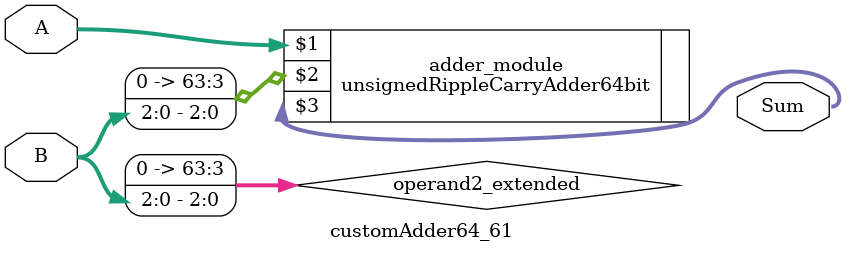
<source format=v>
module customAdder64_61(
                        input [63 : 0] A,
                        input [2 : 0] B,
                        
                        output [64 : 0] Sum
                );

        wire [63 : 0] operand2_extended;
        
        assign operand2_extended =  {61'b0, B};
        
        unsignedRippleCarryAdder64bit adder_module(
            A,
            operand2_extended,
            Sum
        );
        
        endmodule
        
</source>
